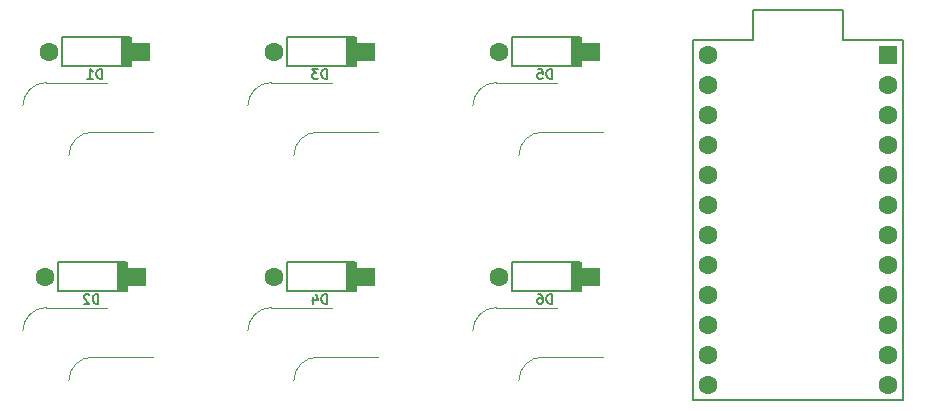
<source format=gbr>
%TF.GenerationSoftware,KiCad,Pcbnew,(6.0.4)*%
%TF.CreationDate,2022-04-16T12:25:48+05:30*%
%TF.ProjectId,another one,616e6f74-6865-4722-906f-6e652e6b6963,rev?*%
%TF.SameCoordinates,Original*%
%TF.FileFunction,Legend,Bot*%
%TF.FilePolarity,Positive*%
%FSLAX46Y46*%
G04 Gerber Fmt 4.6, Leading zero omitted, Abs format (unit mm)*
G04 Created by KiCad (PCBNEW (6.0.4)) date 2022-04-16 12:25:48*
%MOMM*%
%LPD*%
G01*
G04 APERTURE LIST*
%ADD10C,0.150000*%
%ADD11C,0.200000*%
%ADD12C,0.120000*%
%ADD13R,1.600000X1.600000*%
%ADD14C,1.600000*%
G04 APERTURE END LIST*
D10*
%TO.C,D6*%
X245859226Y-40386904D02*
X245859226Y-39586904D01*
X245668750Y-39586904D01*
X245554464Y-39625000D01*
X245478273Y-39701190D01*
X245440178Y-39777380D01*
X245402083Y-39929761D01*
X245402083Y-40044047D01*
X245440178Y-40196428D01*
X245478273Y-40272619D01*
X245554464Y-40348809D01*
X245668750Y-40386904D01*
X245859226Y-40386904D01*
X244716369Y-39586904D02*
X244868750Y-39586904D01*
X244944940Y-39625000D01*
X244983035Y-39663095D01*
X245059226Y-39777380D01*
X245097321Y-39929761D01*
X245097321Y-40234523D01*
X245059226Y-40310714D01*
X245021130Y-40348809D01*
X244944940Y-40386904D01*
X244792559Y-40386904D01*
X244716369Y-40348809D01*
X244678273Y-40310714D01*
X244640178Y-40234523D01*
X244640178Y-40044047D01*
X244678273Y-39967857D01*
X244716369Y-39929761D01*
X244792559Y-39891666D01*
X244944940Y-39891666D01*
X245021130Y-39929761D01*
X245059226Y-39967857D01*
X245097321Y-40044047D01*
%TO.C,D5*%
X245859226Y-21336904D02*
X245859226Y-20536904D01*
X245668750Y-20536904D01*
X245554464Y-20575000D01*
X245478273Y-20651190D01*
X245440178Y-20727380D01*
X245402083Y-20879761D01*
X245402083Y-20994047D01*
X245440178Y-21146428D01*
X245478273Y-21222619D01*
X245554464Y-21298809D01*
X245668750Y-21336904D01*
X245859226Y-21336904D01*
X244678273Y-20536904D02*
X245059226Y-20536904D01*
X245097321Y-20917857D01*
X245059226Y-20879761D01*
X244983035Y-20841666D01*
X244792559Y-20841666D01*
X244716369Y-20879761D01*
X244678273Y-20917857D01*
X244640178Y-20994047D01*
X244640178Y-21184523D01*
X244678273Y-21260714D01*
X244716369Y-21298809D01*
X244792559Y-21336904D01*
X244983035Y-21336904D01*
X245059226Y-21298809D01*
X245097321Y-21260714D01*
%TO.C,D4*%
X226809226Y-40386904D02*
X226809226Y-39586904D01*
X226618750Y-39586904D01*
X226504464Y-39625000D01*
X226428273Y-39701190D01*
X226390178Y-39777380D01*
X226352083Y-39929761D01*
X226352083Y-40044047D01*
X226390178Y-40196428D01*
X226428273Y-40272619D01*
X226504464Y-40348809D01*
X226618750Y-40386904D01*
X226809226Y-40386904D01*
X225666369Y-39853571D02*
X225666369Y-40386904D01*
X225856845Y-39548809D02*
X226047321Y-40120238D01*
X225552083Y-40120238D01*
%TO.C,D3*%
X226809226Y-21336904D02*
X226809226Y-20536904D01*
X226618750Y-20536904D01*
X226504464Y-20575000D01*
X226428273Y-20651190D01*
X226390178Y-20727380D01*
X226352083Y-20879761D01*
X226352083Y-20994047D01*
X226390178Y-21146428D01*
X226428273Y-21222619D01*
X226504464Y-21298809D01*
X226618750Y-21336904D01*
X226809226Y-21336904D01*
X226085416Y-20536904D02*
X225590178Y-20536904D01*
X225856845Y-20841666D01*
X225742559Y-20841666D01*
X225666369Y-20879761D01*
X225628273Y-20917857D01*
X225590178Y-20994047D01*
X225590178Y-21184523D01*
X225628273Y-21260714D01*
X225666369Y-21298809D01*
X225742559Y-21336904D01*
X225971130Y-21336904D01*
X226047321Y-21298809D01*
X226085416Y-21260714D01*
%TO.C,D2*%
X207440476Y-40386904D02*
X207440476Y-39586904D01*
X207250000Y-39586904D01*
X207135714Y-39625000D01*
X207059523Y-39701190D01*
X207021428Y-39777380D01*
X206983333Y-39929761D01*
X206983333Y-40044047D01*
X207021428Y-40196428D01*
X207059523Y-40272619D01*
X207135714Y-40348809D01*
X207250000Y-40386904D01*
X207440476Y-40386904D01*
X206678571Y-39663095D02*
X206640476Y-39625000D01*
X206564285Y-39586904D01*
X206373809Y-39586904D01*
X206297619Y-39625000D01*
X206259523Y-39663095D01*
X206221428Y-39739285D01*
X206221428Y-39815476D01*
X206259523Y-39929761D01*
X206716666Y-40386904D01*
X206221428Y-40386904D01*
%TO.C,D1*%
X207759226Y-21336904D02*
X207759226Y-20536904D01*
X207568750Y-20536904D01*
X207454464Y-20575000D01*
X207378273Y-20651190D01*
X207340178Y-20727380D01*
X207302083Y-20879761D01*
X207302083Y-20994047D01*
X207340178Y-21146428D01*
X207378273Y-21222619D01*
X207454464Y-21298809D01*
X207568750Y-21336904D01*
X207759226Y-21336904D01*
X206540178Y-21336904D02*
X206997321Y-21336904D01*
X206768750Y-21336904D02*
X206768750Y-20536904D01*
X206844940Y-20651190D01*
X206921130Y-20727380D01*
X206997321Y-20765476D01*
D11*
%TO.C,D6*%
X247543750Y-36900000D02*
X247543750Y-39300000D01*
X247718750Y-36900000D02*
X247718750Y-39300000D01*
X247893750Y-36900000D02*
X247893750Y-39300000D01*
X248293750Y-39300000D02*
X248293750Y-36900000D01*
X248068750Y-36900000D02*
X248068750Y-39300000D01*
X248193750Y-36900000D02*
X248193750Y-39300000D01*
X248268750Y-36900000D02*
X242468750Y-36900000D01*
X242468750Y-36900000D02*
X242468750Y-39300000D01*
X242468750Y-39300000D02*
X248268750Y-39300000D01*
%TO.C,D5*%
X247543750Y-17850000D02*
X247543750Y-20250000D01*
X247718750Y-17850000D02*
X247718750Y-20250000D01*
X247893750Y-17850000D02*
X247893750Y-20250000D01*
X248293750Y-20250000D02*
X248293750Y-17850000D01*
X248068750Y-17850000D02*
X248068750Y-20250000D01*
X248193750Y-17850000D02*
X248193750Y-20250000D01*
X248268750Y-17850000D02*
X242468750Y-17850000D01*
X242468750Y-17850000D02*
X242468750Y-20250000D01*
X242468750Y-20250000D02*
X248268750Y-20250000D01*
%TO.C,D4*%
X228493750Y-36900000D02*
X228493750Y-39300000D01*
X228668750Y-36900000D02*
X228668750Y-39300000D01*
X228843750Y-36900000D02*
X228843750Y-39300000D01*
X229243750Y-39300000D02*
X229243750Y-36900000D01*
X229018750Y-36900000D02*
X229018750Y-39300000D01*
X229143750Y-36900000D02*
X229143750Y-39300000D01*
X229218750Y-36900000D02*
X223418750Y-36900000D01*
X223418750Y-36900000D02*
X223418750Y-39300000D01*
X223418750Y-39300000D02*
X229218750Y-39300000D01*
%TO.C,D3*%
X228493750Y-17850000D02*
X228493750Y-20250000D01*
X228668750Y-17850000D02*
X228668750Y-20250000D01*
X228843750Y-17850000D02*
X228843750Y-20250000D01*
X229243750Y-20250000D02*
X229243750Y-17850000D01*
X229018750Y-17850000D02*
X229018750Y-20250000D01*
X229143750Y-17850000D02*
X229143750Y-20250000D01*
X229218750Y-17850000D02*
X223418750Y-17850000D01*
X223418750Y-17850000D02*
X223418750Y-20250000D01*
X223418750Y-20250000D02*
X229218750Y-20250000D01*
%TO.C,D2*%
X209125000Y-36900000D02*
X209125000Y-39300000D01*
X209300000Y-36900000D02*
X209300000Y-39300000D01*
X209475000Y-36900000D02*
X209475000Y-39300000D01*
X209875000Y-39300000D02*
X209875000Y-36900000D01*
X209650000Y-36900000D02*
X209650000Y-39300000D01*
X209775000Y-36900000D02*
X209775000Y-39300000D01*
X209850000Y-36900000D02*
X204050000Y-36900000D01*
X204050000Y-36900000D02*
X204050000Y-39300000D01*
X204050000Y-39300000D02*
X209850000Y-39300000D01*
D10*
%TO.C,U1*%
X257810000Y-48577500D02*
X275590000Y-48577500D01*
X257810000Y-18097500D02*
X257810000Y-48577500D01*
X262890000Y-18097500D02*
X257810000Y-18097500D01*
X262890000Y-15557500D02*
X262890000Y-18097500D01*
X270510000Y-15557500D02*
X262890000Y-15557500D01*
X270510000Y-18097500D02*
X270510000Y-15557500D01*
X275590000Y-18097500D02*
X270510000Y-18097500D01*
X275590000Y-18097500D02*
X275590000Y-48577500D01*
D12*
%TO.C,K6*%
X245068750Y-44925000D02*
X250168750Y-44925000D01*
X241168750Y-40725000D02*
X246268750Y-40725000D01*
X245068750Y-44925000D02*
G75*
G03*
X243068750Y-46925000I0J-2000000D01*
G01*
X241168750Y-40725000D02*
G75*
G03*
X239168750Y-42725000I0J-2000000D01*
G01*
%TO.C,K5*%
X245068750Y-25875000D02*
X250168750Y-25875000D01*
X241168750Y-21675000D02*
X246268750Y-21675000D01*
X245068750Y-25875000D02*
G75*
G03*
X243068750Y-27875000I0J-2000000D01*
G01*
X241168750Y-21675000D02*
G75*
G03*
X239168750Y-23675000I0J-2000000D01*
G01*
%TO.C,K4*%
X226018750Y-44925000D02*
X231118750Y-44925000D01*
X222118750Y-40725000D02*
X227218750Y-40725000D01*
X226018750Y-44925000D02*
G75*
G03*
X224018750Y-46925000I0J-2000000D01*
G01*
X222118750Y-40725000D02*
G75*
G03*
X220118750Y-42725000I0J-2000000D01*
G01*
%TO.C,K3*%
X226018750Y-25875000D02*
X231118750Y-25875000D01*
X222118750Y-21675000D02*
X227218750Y-21675000D01*
X226018750Y-25875000D02*
G75*
G03*
X224018750Y-27875000I0J-2000000D01*
G01*
X222118750Y-21675000D02*
G75*
G03*
X220118750Y-23675000I0J-2000000D01*
G01*
%TO.C,K2*%
X206968750Y-44925000D02*
X212068750Y-44925000D01*
X203068750Y-40725000D02*
X208168750Y-40725000D01*
X206968750Y-44925000D02*
G75*
G03*
X204968750Y-46925000I0J-2000000D01*
G01*
X203068750Y-40725000D02*
G75*
G03*
X201068750Y-42725000I0J-2000000D01*
G01*
%TO.C,K1*%
X206968750Y-25875000D02*
X212068750Y-25875000D01*
X203068750Y-21675000D02*
X208168750Y-21675000D01*
X206968750Y-25875000D02*
G75*
G03*
X204968750Y-27875000I0J-2000000D01*
G01*
X203068750Y-21675000D02*
G75*
G03*
X201068750Y-23675000I0J-2000000D01*
G01*
D11*
%TO.C,D1*%
X204368750Y-20250000D02*
X210168750Y-20250000D01*
X204368750Y-17850000D02*
X204368750Y-20250000D01*
X210168750Y-17850000D02*
X204368750Y-17850000D01*
X210093750Y-17850000D02*
X210093750Y-20250000D01*
X209968750Y-17850000D02*
X209968750Y-20250000D01*
X210193750Y-20250000D02*
X210193750Y-17850000D01*
X209793750Y-17850000D02*
X209793750Y-20250000D01*
X209618750Y-17850000D02*
X209618750Y-20250000D01*
X209443750Y-17850000D02*
X209443750Y-20250000D01*
%TD*%
D13*
%TO.C,D6*%
X249168750Y-38100000D03*
D14*
X241368750Y-38100000D03*
%TD*%
D13*
%TO.C,D5*%
X249168750Y-19050000D03*
D14*
X241368750Y-19050000D03*
%TD*%
D13*
%TO.C,D4*%
X230118750Y-38100000D03*
D14*
X222318750Y-38100000D03*
%TD*%
D13*
%TO.C,D3*%
X230118750Y-19050000D03*
D14*
X222318750Y-19050000D03*
%TD*%
D13*
%TO.C,D2*%
X210750000Y-38100000D03*
D14*
X202950000Y-38100000D03*
%TD*%
%TO.C,U1*%
X259080000Y-19367500D03*
X259080000Y-21907500D03*
X259080000Y-24447500D03*
X259080000Y-26987500D03*
X259080000Y-29527500D03*
X259080000Y-32067500D03*
X259080000Y-34607500D03*
X259080000Y-37147500D03*
X259080000Y-39687500D03*
X259080000Y-42227500D03*
X259080000Y-44767500D03*
X259080000Y-47307500D03*
X274320000Y-47307500D03*
X274320000Y-44767500D03*
X274320000Y-42227500D03*
X274320000Y-39687500D03*
X274320000Y-37147500D03*
X274320000Y-34607500D03*
X274320000Y-32067500D03*
X274320000Y-29527500D03*
X274320000Y-26987500D03*
X274320000Y-24447500D03*
X274320000Y-21907500D03*
D13*
X274320000Y-19367500D03*
%TD*%
D14*
%TO.C,D1*%
X203268750Y-19050000D03*
D13*
X211068750Y-19050000D03*
%TD*%
M02*

</source>
